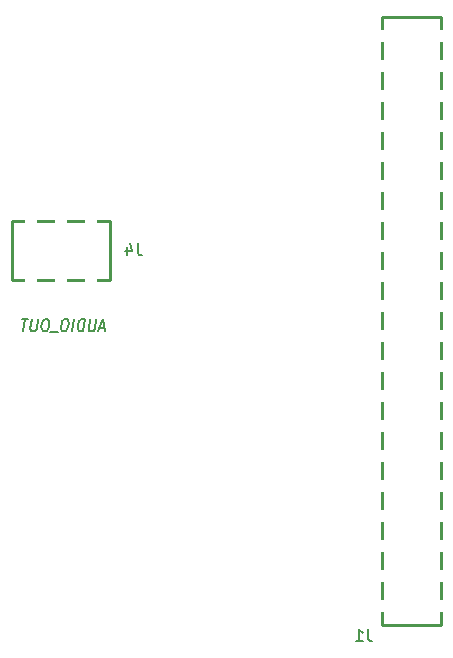
<source format=gbo>
G04 #@! TF.GenerationSoftware,KiCad,Pcbnew,(7.0.0-0)*
G04 #@! TF.CreationDate,2023-03-19T22:54:23+01:00*
G04 #@! TF.ProjectId,TinyLlama-Wavetable,54696e79-4c6c-4616-9d61-2d5761766574,rev?*
G04 #@! TF.SameCoordinates,Original*
G04 #@! TF.FileFunction,Legend,Bot*
G04 #@! TF.FilePolarity,Positive*
%FSLAX46Y46*%
G04 Gerber Fmt 4.6, Leading zero omitted, Abs format (unit mm)*
G04 Created by KiCad (PCBNEW (7.0.0-0)) date 2023-03-19 22:54:23*
%MOMM*%
%LPD*%
G01*
G04 APERTURE LIST*
%ADD10C,0.203200*%
%ADD11C,0.254000*%
%ADD12R,1.020000X2.300000*%
%ADD13C,4.064000*%
%ADD14C,3.000000*%
%ADD15R,2.300000X1.020000*%
G04 APERTURE END LIST*
D10*
X-23161333Y6577740D02*
X-23161333Y5852026D01*
X-23161333Y5852026D02*
X-23112952Y5706883D01*
X-23112952Y5706883D02*
X-23016190Y5610121D01*
X-23016190Y5610121D02*
X-22871047Y5561740D01*
X-22871047Y5561740D02*
X-22774285Y5561740D01*
X-24080571Y6239074D02*
X-24080571Y5561740D01*
X-23838666Y6626121D02*
X-23596761Y5900407D01*
X-23596761Y5900407D02*
X-24225714Y5900407D01*
X-25949443Y-582973D02*
X-26384871Y-582973D01*
X-25898643Y-873259D02*
X-26076443Y142740D01*
X-26076443Y142740D02*
X-26508243Y-873259D01*
X-26686042Y142740D02*
X-26788852Y-679735D01*
X-26788852Y-679735D02*
X-26844490Y-776497D01*
X-26844490Y-776497D02*
X-26894080Y-824878D01*
X-26894080Y-824878D02*
X-26987214Y-873259D01*
X-26987214Y-873259D02*
X-27161385Y-873259D01*
X-27161385Y-873259D02*
X-27242423Y-824878D01*
X-27242423Y-824878D02*
X-27279918Y-776497D01*
X-27279918Y-776497D02*
X-27311366Y-679735D01*
X-27311366Y-679735D02*
X-27208556Y142740D01*
X-27770985Y-873259D02*
X-27643985Y142740D01*
X-27643985Y142740D02*
X-27861699Y142740D01*
X-27861699Y142740D02*
X-27998376Y94360D01*
X-27998376Y94360D02*
X-28097557Y-2401D01*
X-28097557Y-2401D02*
X-28153195Y-99163D01*
X-28153195Y-99163D02*
X-28220928Y-292687D01*
X-28220928Y-292687D02*
X-28239071Y-437830D01*
X-28239071Y-437830D02*
X-28219719Y-631354D01*
X-28219719Y-631354D02*
X-28188271Y-728116D01*
X-28188271Y-728116D02*
X-28113280Y-824878D01*
X-28113280Y-824878D02*
X-27988699Y-873259D01*
X-27988699Y-873259D02*
X-27770985Y-873259D01*
X-28685385Y-873259D02*
X-28558385Y142740D01*
X-29167986Y142740D02*
X-29342157Y142740D01*
X-29342157Y142740D02*
X-29435290Y94360D01*
X-29435290Y94360D02*
X-29534471Y-2401D01*
X-29534471Y-2401D02*
X-29602205Y-195925D01*
X-29602205Y-195925D02*
X-29644538Y-534592D01*
X-29644538Y-534592D02*
X-29625186Y-728116D01*
X-29625186Y-728116D02*
X-29550195Y-824878D01*
X-29550195Y-824878D02*
X-29469157Y-873259D01*
X-29469157Y-873259D02*
X-29294986Y-873259D01*
X-29294986Y-873259D02*
X-29201852Y-824878D01*
X-29201852Y-824878D02*
X-29102671Y-728116D01*
X-29102671Y-728116D02*
X-29034938Y-534592D01*
X-29034938Y-534592D02*
X-28992605Y-195925D01*
X-28992605Y-195925D02*
X-29011957Y-2401D01*
X-29011957Y-2401D02*
X-29086948Y94360D01*
X-29086948Y94360D02*
X-29167986Y142740D01*
X-29873138Y-970020D02*
X-30569824Y-970020D01*
X-30828662Y142740D02*
X-31002833Y142740D01*
X-31002833Y142740D02*
X-31095966Y94360D01*
X-31095966Y94360D02*
X-31195147Y-2401D01*
X-31195147Y-2401D02*
X-31262881Y-195925D01*
X-31262881Y-195925D02*
X-31305214Y-534592D01*
X-31305214Y-534592D02*
X-31285862Y-728116D01*
X-31285862Y-728116D02*
X-31210871Y-824878D01*
X-31210871Y-824878D02*
X-31129833Y-873259D01*
X-31129833Y-873259D02*
X-30955662Y-873259D01*
X-30955662Y-873259D02*
X-30862528Y-824878D01*
X-30862528Y-824878D02*
X-30763347Y-728116D01*
X-30763347Y-728116D02*
X-30695614Y-534592D01*
X-30695614Y-534592D02*
X-30653281Y-195925D01*
X-30653281Y-195925D02*
X-30672633Y-2401D01*
X-30672633Y-2401D02*
X-30747624Y94360D01*
X-30747624Y94360D02*
X-30828662Y142740D01*
X-31612433Y142740D02*
X-31715243Y-679735D01*
X-31715243Y-679735D02*
X-31770881Y-776497D01*
X-31770881Y-776497D02*
X-31820471Y-824878D01*
X-31820471Y-824878D02*
X-31913605Y-873259D01*
X-31913605Y-873259D02*
X-32087776Y-873259D01*
X-32087776Y-873259D02*
X-32168814Y-824878D01*
X-32168814Y-824878D02*
X-32206309Y-776497D01*
X-32206309Y-776497D02*
X-32237757Y-679735D01*
X-32237757Y-679735D02*
X-32134947Y142740D01*
X-32439748Y142740D02*
X-32962262Y142740D01*
X-32828005Y-873259D02*
X-32701005Y142740D01*
X-3661333Y-26107259D02*
X-3661333Y-26832973D01*
X-3661333Y-26832973D02*
X-3612952Y-26978116D01*
X-3612952Y-26978116D02*
X-3516190Y-27074878D01*
X-3516190Y-27074878D02*
X-3371047Y-27123259D01*
X-3371047Y-27123259D02*
X-3274285Y-27123259D01*
X-4677333Y-27123259D02*
X-4096761Y-27123259D01*
X-4387047Y-27123259D02*
X-4387047Y-26107259D01*
X-4387047Y-26107259D02*
X-4290285Y-26252401D01*
X-4290285Y-26252401D02*
X-4193523Y-26349163D01*
X-4193523Y-26349163D02*
X-4096761Y-26397544D01*
D11*
X-25490000Y3435000D02*
X-33770000Y3435000D01*
X-33770000Y3435000D02*
X-33770000Y8435000D01*
X-25490000Y8435000D02*
X-25490000Y3435000D01*
X-25490000Y8435000D02*
X-33770000Y8435000D01*
X2500000Y-25730000D02*
X-2500000Y-25730000D01*
X2500000Y25730000D02*
X2500000Y-25730000D01*
X-2500000Y25730000D02*
X2500000Y25730000D01*
X-2500000Y25730000D02*
X-2500000Y-25730000D01*
%LPC*%
D12*
X-27089999Y3034999D03*
X-29629999Y3034999D03*
X-32169999Y3034999D03*
X-32169999Y8834999D03*
X-29629999Y8834999D03*
X-27089999Y8834999D03*
D13*
X0Y-29000000D03*
X0Y29000000D03*
D14*
X-17590000Y39350000D03*
X-12510000Y39350000D03*
X-19750000Y26650000D03*
X-15050000Y26650000D03*
X-10350000Y26650000D03*
D15*
X-2899999Y24129999D03*
X2899999Y24129999D03*
X-2899999Y21589999D03*
X2899999Y21589999D03*
X-2899999Y19049999D03*
X2899999Y19049999D03*
X-2899999Y16509999D03*
X2899999Y16509999D03*
X-2899999Y13969999D03*
X2899999Y13969999D03*
X-2899999Y11429999D03*
X2899999Y11429999D03*
X-2899999Y8889999D03*
X2899999Y8889999D03*
X-2899999Y6349999D03*
X2899999Y6349999D03*
X-2899999Y3809999D03*
X2899999Y3809999D03*
X-2899999Y1269999D03*
X2899999Y1269999D03*
X-2899999Y-1269999D03*
X2899999Y-1269999D03*
X-2899999Y-3809999D03*
X2899999Y-3809999D03*
X-2899999Y-6349999D03*
X2899999Y-6349999D03*
X-2899999Y-8889999D03*
X2899999Y-8889999D03*
X-2899999Y-11429999D03*
X2899999Y-11429999D03*
X-2899999Y-13969999D03*
X2899999Y-13969999D03*
X-2899999Y-16509999D03*
X2899999Y-16509999D03*
X-2899999Y-19049999D03*
X2899999Y-19049999D03*
X-2899999Y-21589999D03*
X2899999Y-21589999D03*
X-2899999Y-24129999D03*
X2899999Y-24129999D03*
M02*

</source>
